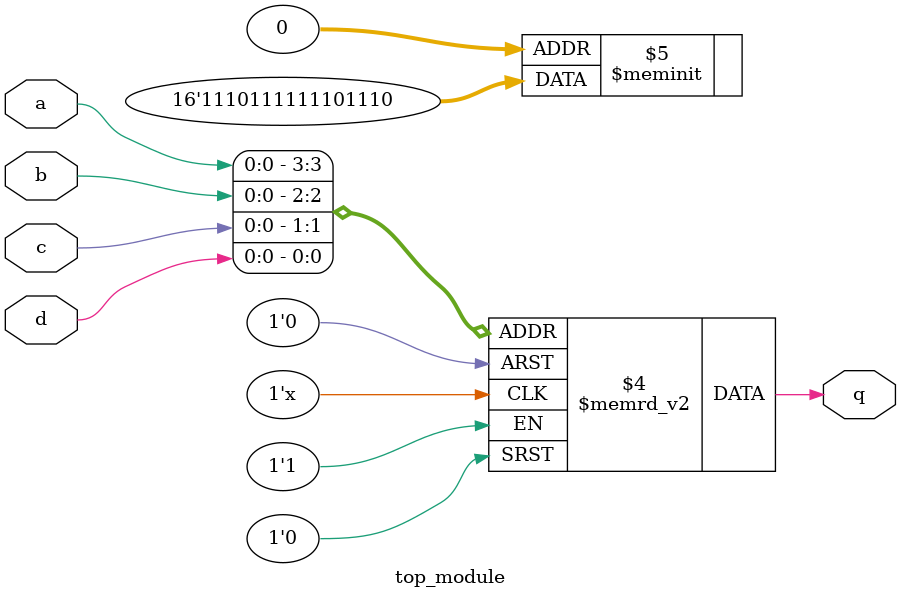
<source format=sv>
module top_module (
  input a, 
  input b, 
  input c, 
  input d,
  output reg q
);

  always @* begin
    case ({a, b, c, d})
      4'b0000 : q = 1'b0;
      4'b0001 : q = 1'b1;
      4'b0010 : q = 1'b1;
      4'b0011 : q = 1'b1;
      4'b0100 : q = 1'b0;
      4'b0101 : q = 1'b1;
      4'b0110 : q = 1'b1;
      4'b0111 : q = 1'b1;
      4'b1000 : q = 1'b1;
      4'b1001 : q = 1'b1;
      4'b1010 : q = 1'b1;
      4'b1011 : q = 1'b1;
      4'b1100 : q = 1'b0;
      4'b1101 : q = 1'b1;
      4'b1110 : q = 1'b1;
      4'b1111 : q = 1'b1;
    endcase
  end

endmodule

</source>
